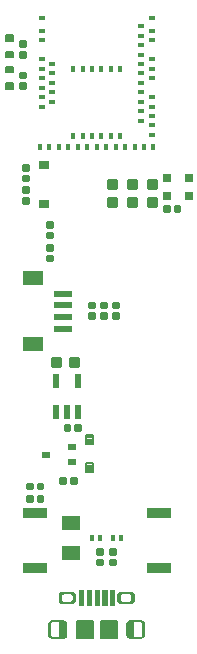
<source format=gbr>
G04 EAGLE Gerber RS-274X export*
G75*
%MOMM*%
%FSLAX34Y34*%
%LPD*%
%INSolderpaste Top*%
%IPPOS*%
%AMOC8*
5,1,8,0,0,1.08239X$1,22.5*%
G01*
%ADD10C,0.317500*%
%ADD11C,0.222250*%
%ADD12C,0.200000*%
%ADD13R,1.524000X1.270000*%
%ADD14C,0.127000*%
%ADD15C,0.040638*%
%ADD16C,0.152400*%
%ADD17R,1.550000X0.600000*%
%ADD18R,1.800000X1.200000*%
%ADD19R,2.000000X0.870000*%
%ADD20R,0.600000X0.400000*%
%ADD21R,0.400000X0.600000*%
%ADD22R,0.800000X0.500000*%
%ADD23R,0.600000X1.200000*%
%ADD24R,0.900000X0.762000*%
%ADD25R,0.700000X0.700000*%
%ADD26R,0.300000X0.600000*%
%ADD27C,0.158750*%


D10*
X132016Y287337D02*
X132016Y290513D01*
X135192Y290513D01*
X135192Y287337D01*
X132016Y287337D01*
X132016Y290353D02*
X135192Y290353D01*
X132016Y281623D02*
X132016Y278447D01*
X132016Y281623D02*
X135192Y281623D01*
X135192Y278447D01*
X132016Y278447D01*
X132016Y281463D02*
X135192Y281463D01*
X62675Y134048D02*
X59499Y134048D01*
X59499Y137224D01*
X62675Y137224D01*
X62675Y134048D01*
X62675Y137064D02*
X59499Y137064D01*
X68389Y134048D02*
X71565Y134048D01*
X68389Y134048D02*
X68389Y137224D01*
X71565Y137224D01*
X71565Y134048D01*
X71565Y137064D02*
X68389Y137064D01*
D11*
X127222Y388334D02*
X127222Y395002D01*
X133890Y395002D01*
X133890Y388334D01*
X127222Y388334D01*
X127222Y390446D02*
X133890Y390446D01*
X133890Y392558D02*
X127222Y392558D01*
X127222Y394670D02*
X133890Y394670D01*
X127222Y379762D02*
X127222Y373094D01*
X127222Y379762D02*
X133890Y379762D01*
X133890Y373094D01*
X127222Y373094D01*
X127222Y375206D02*
X133890Y375206D01*
X133890Y377318D02*
X127222Y377318D01*
X127222Y379430D02*
X133890Y379430D01*
X143986Y388334D02*
X143986Y395002D01*
X150654Y395002D01*
X150654Y388334D01*
X143986Y388334D01*
X143986Y390446D02*
X150654Y390446D01*
X150654Y392558D02*
X143986Y392558D01*
X143986Y394670D02*
X150654Y394670D01*
X143986Y379762D02*
X143986Y373094D01*
X143986Y379762D02*
X150654Y379762D01*
X150654Y373094D01*
X143986Y373094D01*
X143986Y375206D02*
X150654Y375206D01*
X150654Y377318D02*
X143986Y377318D01*
X143986Y379430D02*
X150654Y379430D01*
X160750Y388334D02*
X160750Y395002D01*
X167418Y395002D01*
X167418Y388334D01*
X160750Y388334D01*
X160750Y390446D02*
X167418Y390446D01*
X167418Y392558D02*
X160750Y392558D01*
X160750Y394670D02*
X167418Y394670D01*
X160750Y379762D02*
X160750Y373094D01*
X160750Y379762D02*
X167418Y379762D01*
X167418Y373094D01*
X160750Y373094D01*
X160750Y375206D02*
X167418Y375206D01*
X167418Y377318D02*
X160750Y377318D01*
X160750Y379430D02*
X167418Y379430D01*
D10*
X79820Y330391D02*
X79820Y327215D01*
X76644Y327215D01*
X76644Y330391D01*
X79820Y330391D01*
X79820Y330231D02*
X76644Y330231D01*
X79820Y336105D02*
X79820Y339281D01*
X79820Y336105D02*
X76644Y336105D01*
X76644Y339281D01*
X79820Y339281D01*
X79820Y339121D02*
X76644Y339121D01*
X76644Y355409D02*
X76644Y358585D01*
X79820Y358585D01*
X79820Y355409D01*
X76644Y355409D01*
X76644Y358425D02*
X79820Y358425D01*
X76644Y349695D02*
X76644Y346519D01*
X76644Y349695D02*
X79820Y349695D01*
X79820Y346519D01*
X76644Y346519D01*
X76644Y349535D02*
X79820Y349535D01*
X91249Y183832D02*
X94425Y183832D01*
X91249Y183832D02*
X91249Y187008D01*
X94425Y187008D01*
X94425Y183832D01*
X94425Y186848D02*
X91249Y186848D01*
X100139Y183832D02*
X103315Y183832D01*
X100139Y183832D02*
X100139Y187008D01*
X103315Y187008D01*
X103315Y183832D01*
X103315Y186848D02*
X100139Y186848D01*
D11*
X101378Y244380D02*
X94710Y244380D01*
X101378Y244380D02*
X101378Y237712D01*
X94710Y237712D01*
X94710Y244380D01*
X94710Y239824D02*
X101378Y239824D01*
X101378Y241936D02*
X94710Y241936D01*
X94710Y244048D02*
X101378Y244048D01*
X86138Y244380D02*
X79470Y244380D01*
X86138Y244380D02*
X86138Y237712D01*
X79470Y237712D01*
X79470Y244380D01*
X79470Y239824D02*
X86138Y239824D01*
X86138Y241936D02*
X79470Y241936D01*
X79470Y244048D02*
X86138Y244048D01*
D10*
X59500Y394779D02*
X59500Y397955D01*
X59500Y394779D02*
X56324Y394779D01*
X56324Y397955D01*
X59500Y397955D01*
X59500Y397795D02*
X56324Y397795D01*
X59500Y403669D02*
X59500Y406845D01*
X59500Y403669D02*
X56324Y403669D01*
X56324Y406845D01*
X59500Y406845D01*
X59500Y406685D02*
X56324Y406685D01*
X56324Y388049D02*
X56324Y384873D01*
X56324Y388049D02*
X59500Y388049D01*
X59500Y384873D01*
X56324Y384873D01*
X56324Y387889D02*
X59500Y387889D01*
X56324Y379159D02*
X56324Y375983D01*
X56324Y379159D02*
X59500Y379159D01*
X59500Y375983D01*
X56324Y375983D01*
X56324Y378999D02*
X59500Y378999D01*
D12*
X114506Y155576D02*
X114506Y147576D01*
X108506Y147576D01*
X108506Y155576D01*
X114506Y155576D01*
X114506Y149476D02*
X108506Y149476D01*
X108506Y151376D02*
X114506Y151376D01*
X114506Y153276D02*
X108506Y153276D01*
X108506Y155176D02*
X114506Y155176D01*
X114506Y171576D02*
X114506Y179576D01*
X114506Y171576D02*
X108506Y171576D01*
X108506Y179576D01*
X114506Y179576D01*
X114506Y173476D02*
X108506Y173476D01*
X108506Y175376D02*
X114506Y175376D01*
X114506Y177276D02*
X108506Y177276D01*
X108506Y179176D02*
X114506Y179176D01*
D13*
X95504Y79502D03*
X95504Y104902D03*
D14*
X91946Y10332D02*
X91944Y10232D01*
X91938Y10133D01*
X91928Y10033D01*
X91915Y9935D01*
X91897Y9836D01*
X91876Y9739D01*
X91851Y9643D01*
X91822Y9547D01*
X91789Y9453D01*
X91753Y9360D01*
X91713Y9269D01*
X91669Y9179D01*
X91622Y9091D01*
X91572Y9005D01*
X91518Y8921D01*
X91461Y8839D01*
X91401Y8760D01*
X91337Y8682D01*
X91271Y8608D01*
X91202Y8536D01*
X91130Y8467D01*
X91056Y8401D01*
X90978Y8337D01*
X90899Y8277D01*
X90817Y8220D01*
X90733Y8166D01*
X90647Y8116D01*
X90559Y8069D01*
X90469Y8025D01*
X90378Y7985D01*
X90285Y7949D01*
X90191Y7916D01*
X90095Y7887D01*
X89999Y7862D01*
X89902Y7841D01*
X89803Y7823D01*
X89705Y7810D01*
X89605Y7800D01*
X89506Y7794D01*
X89406Y7792D01*
X79754Y7792D01*
X79654Y7794D01*
X79555Y7800D01*
X79455Y7810D01*
X79357Y7823D01*
X79258Y7841D01*
X79161Y7862D01*
X79065Y7887D01*
X78969Y7916D01*
X78875Y7949D01*
X78782Y7985D01*
X78691Y8025D01*
X78601Y8069D01*
X78513Y8116D01*
X78427Y8166D01*
X78343Y8220D01*
X78261Y8277D01*
X78182Y8337D01*
X78104Y8401D01*
X78030Y8467D01*
X77958Y8536D01*
X77889Y8608D01*
X77823Y8682D01*
X77759Y8760D01*
X77699Y8839D01*
X77642Y8921D01*
X77588Y9005D01*
X77538Y9091D01*
X77491Y9179D01*
X77447Y9269D01*
X77407Y9360D01*
X77371Y9453D01*
X77338Y9547D01*
X77309Y9643D01*
X77284Y9739D01*
X77263Y9836D01*
X77245Y9935D01*
X77232Y10033D01*
X77222Y10133D01*
X77216Y10232D01*
X77214Y10332D01*
X77214Y18968D01*
X77216Y19068D01*
X77222Y19167D01*
X77232Y19267D01*
X77245Y19365D01*
X77263Y19464D01*
X77284Y19561D01*
X77309Y19657D01*
X77338Y19753D01*
X77371Y19847D01*
X77407Y19940D01*
X77447Y20031D01*
X77491Y20121D01*
X77538Y20209D01*
X77588Y20295D01*
X77642Y20379D01*
X77699Y20461D01*
X77759Y20540D01*
X77823Y20618D01*
X77889Y20692D01*
X77958Y20764D01*
X78030Y20833D01*
X78104Y20899D01*
X78182Y20963D01*
X78261Y21023D01*
X78343Y21080D01*
X78427Y21134D01*
X78513Y21184D01*
X78601Y21231D01*
X78691Y21275D01*
X78782Y21315D01*
X78875Y21351D01*
X78969Y21384D01*
X79065Y21413D01*
X79161Y21438D01*
X79258Y21459D01*
X79357Y21477D01*
X79455Y21490D01*
X79555Y21500D01*
X79654Y21506D01*
X79754Y21508D01*
X89406Y21508D01*
X89506Y21506D01*
X89605Y21500D01*
X89705Y21490D01*
X89803Y21477D01*
X89902Y21459D01*
X89999Y21438D01*
X90095Y21413D01*
X90191Y21384D01*
X90285Y21351D01*
X90378Y21315D01*
X90469Y21275D01*
X90559Y21231D01*
X90647Y21184D01*
X90733Y21134D01*
X90817Y21080D01*
X90899Y21023D01*
X90978Y20963D01*
X91056Y20899D01*
X91130Y20833D01*
X91202Y20764D01*
X91271Y20692D01*
X91337Y20618D01*
X91401Y20540D01*
X91461Y20461D01*
X91518Y20379D01*
X91572Y20295D01*
X91622Y20209D01*
X91669Y20121D01*
X91713Y20031D01*
X91753Y19940D01*
X91789Y19847D01*
X91822Y19753D01*
X91851Y19657D01*
X91876Y19561D01*
X91897Y19464D01*
X91915Y19365D01*
X91928Y19267D01*
X91938Y19167D01*
X91944Y19068D01*
X91946Y18968D01*
X91946Y10332D01*
X78230Y8808D02*
X78230Y20492D01*
X86866Y21254D02*
X86866Y8300D01*
X86866Y21254D02*
X87882Y21254D01*
X88136Y21254D01*
X87882Y21254D02*
X87882Y8300D01*
X89152Y8300D01*
X89152Y21000D01*
X90168Y21000D01*
X90168Y8300D01*
X90676Y8300D01*
X90676Y21000D01*
X143508Y18968D02*
X143510Y19068D01*
X143516Y19167D01*
X143526Y19267D01*
X143539Y19365D01*
X143557Y19464D01*
X143578Y19561D01*
X143603Y19657D01*
X143632Y19753D01*
X143665Y19847D01*
X143701Y19940D01*
X143741Y20031D01*
X143785Y20121D01*
X143832Y20209D01*
X143882Y20295D01*
X143936Y20379D01*
X143993Y20461D01*
X144053Y20540D01*
X144117Y20618D01*
X144183Y20692D01*
X144252Y20764D01*
X144324Y20833D01*
X144398Y20899D01*
X144476Y20963D01*
X144555Y21023D01*
X144637Y21080D01*
X144721Y21134D01*
X144807Y21184D01*
X144895Y21231D01*
X144985Y21275D01*
X145076Y21315D01*
X145169Y21351D01*
X145263Y21384D01*
X145359Y21413D01*
X145455Y21438D01*
X145552Y21459D01*
X145651Y21477D01*
X145749Y21490D01*
X145849Y21500D01*
X145948Y21506D01*
X146048Y21508D01*
X155192Y21508D01*
X155292Y21506D01*
X155391Y21500D01*
X155491Y21490D01*
X155589Y21477D01*
X155688Y21459D01*
X155785Y21438D01*
X155881Y21413D01*
X155977Y21384D01*
X156071Y21351D01*
X156164Y21315D01*
X156255Y21275D01*
X156345Y21231D01*
X156433Y21184D01*
X156519Y21134D01*
X156603Y21080D01*
X156685Y21023D01*
X156764Y20963D01*
X156842Y20899D01*
X156916Y20833D01*
X156988Y20764D01*
X157057Y20692D01*
X157123Y20618D01*
X157187Y20540D01*
X157247Y20461D01*
X157304Y20379D01*
X157358Y20295D01*
X157408Y20209D01*
X157455Y20121D01*
X157499Y20031D01*
X157539Y19940D01*
X157575Y19847D01*
X157608Y19753D01*
X157637Y19657D01*
X157662Y19561D01*
X157683Y19464D01*
X157701Y19365D01*
X157714Y19267D01*
X157724Y19167D01*
X157730Y19068D01*
X157732Y18968D01*
X157732Y10332D01*
X157730Y10232D01*
X157724Y10133D01*
X157714Y10033D01*
X157701Y9935D01*
X157683Y9836D01*
X157662Y9739D01*
X157637Y9643D01*
X157608Y9547D01*
X157575Y9453D01*
X157539Y9360D01*
X157499Y9269D01*
X157455Y9179D01*
X157408Y9091D01*
X157358Y9005D01*
X157304Y8921D01*
X157247Y8839D01*
X157187Y8760D01*
X157123Y8682D01*
X157057Y8608D01*
X156988Y8536D01*
X156916Y8467D01*
X156842Y8401D01*
X156764Y8337D01*
X156685Y8277D01*
X156603Y8220D01*
X156519Y8166D01*
X156433Y8116D01*
X156345Y8069D01*
X156255Y8025D01*
X156164Y7985D01*
X156071Y7949D01*
X155977Y7916D01*
X155881Y7887D01*
X155785Y7862D01*
X155688Y7841D01*
X155589Y7823D01*
X155491Y7810D01*
X155391Y7800D01*
X155292Y7794D01*
X155192Y7792D01*
X146048Y7792D01*
X145948Y7794D01*
X145849Y7800D01*
X145749Y7810D01*
X145651Y7823D01*
X145552Y7841D01*
X145455Y7862D01*
X145359Y7887D01*
X145263Y7916D01*
X145169Y7949D01*
X145076Y7985D01*
X144985Y8025D01*
X144895Y8069D01*
X144807Y8116D01*
X144721Y8166D01*
X144637Y8220D01*
X144555Y8277D01*
X144476Y8337D01*
X144398Y8401D01*
X144324Y8467D01*
X144252Y8536D01*
X144183Y8608D01*
X144117Y8682D01*
X144053Y8760D01*
X143993Y8839D01*
X143936Y8921D01*
X143882Y9005D01*
X143832Y9091D01*
X143785Y9179D01*
X143741Y9269D01*
X143701Y9360D01*
X143665Y9453D01*
X143632Y9547D01*
X143603Y9643D01*
X143578Y9739D01*
X143557Y9836D01*
X143539Y9935D01*
X143526Y10033D01*
X143516Y10133D01*
X143510Y10232D01*
X143508Y10332D01*
X143508Y18968D01*
X156716Y20492D02*
X156716Y8808D01*
X144524Y8808D02*
X144524Y20492D01*
X144524Y8808D02*
X145794Y8808D01*
X145794Y20492D01*
X147064Y20492D01*
X147064Y8554D01*
X148080Y8554D01*
X148111Y8556D01*
X148141Y8561D01*
X148170Y8571D01*
X148198Y8583D01*
X148224Y8599D01*
X148248Y8618D01*
X148270Y8640D01*
X148289Y8664D01*
X148305Y8690D01*
X148317Y8718D01*
X148327Y8747D01*
X148332Y8777D01*
X148334Y8808D01*
X148334Y20746D01*
X99312Y39796D02*
X99310Y39696D01*
X99304Y39597D01*
X99294Y39497D01*
X99281Y39399D01*
X99263Y39300D01*
X99242Y39203D01*
X99217Y39107D01*
X99188Y39011D01*
X99155Y38917D01*
X99119Y38824D01*
X99079Y38733D01*
X99035Y38643D01*
X98988Y38555D01*
X98938Y38469D01*
X98884Y38385D01*
X98827Y38303D01*
X98767Y38224D01*
X98703Y38146D01*
X98637Y38072D01*
X98568Y38000D01*
X98496Y37931D01*
X98422Y37865D01*
X98344Y37801D01*
X98265Y37741D01*
X98183Y37684D01*
X98099Y37630D01*
X98013Y37580D01*
X97925Y37533D01*
X97835Y37489D01*
X97744Y37449D01*
X97651Y37413D01*
X97557Y37380D01*
X97461Y37351D01*
X97365Y37326D01*
X97268Y37305D01*
X97169Y37287D01*
X97071Y37274D01*
X96971Y37264D01*
X96872Y37258D01*
X96772Y37256D01*
X88644Y37256D01*
X88544Y37258D01*
X88445Y37264D01*
X88345Y37274D01*
X88247Y37287D01*
X88148Y37305D01*
X88051Y37326D01*
X87955Y37351D01*
X87859Y37380D01*
X87765Y37413D01*
X87672Y37449D01*
X87581Y37489D01*
X87491Y37533D01*
X87403Y37580D01*
X87317Y37630D01*
X87233Y37684D01*
X87151Y37741D01*
X87072Y37801D01*
X86994Y37865D01*
X86920Y37931D01*
X86848Y38000D01*
X86779Y38072D01*
X86713Y38146D01*
X86649Y38224D01*
X86589Y38303D01*
X86532Y38385D01*
X86478Y38469D01*
X86428Y38555D01*
X86381Y38643D01*
X86337Y38733D01*
X86297Y38824D01*
X86261Y38917D01*
X86228Y39011D01*
X86199Y39107D01*
X86174Y39203D01*
X86153Y39300D01*
X86135Y39399D01*
X86122Y39497D01*
X86112Y39597D01*
X86106Y39696D01*
X86104Y39796D01*
X86104Y43352D01*
X86106Y43452D01*
X86112Y43551D01*
X86122Y43651D01*
X86135Y43749D01*
X86153Y43848D01*
X86174Y43945D01*
X86199Y44041D01*
X86228Y44137D01*
X86261Y44231D01*
X86297Y44324D01*
X86337Y44415D01*
X86381Y44505D01*
X86428Y44593D01*
X86478Y44679D01*
X86532Y44763D01*
X86589Y44845D01*
X86649Y44924D01*
X86713Y45002D01*
X86779Y45076D01*
X86848Y45148D01*
X86920Y45217D01*
X86994Y45283D01*
X87072Y45347D01*
X87151Y45407D01*
X87233Y45464D01*
X87317Y45518D01*
X87403Y45568D01*
X87491Y45615D01*
X87581Y45659D01*
X87672Y45699D01*
X87765Y45735D01*
X87859Y45768D01*
X87955Y45797D01*
X88051Y45822D01*
X88148Y45843D01*
X88247Y45861D01*
X88345Y45874D01*
X88445Y45884D01*
X88544Y45890D01*
X88644Y45892D01*
X96772Y45892D01*
X96872Y45890D01*
X96971Y45884D01*
X97071Y45874D01*
X97169Y45861D01*
X97268Y45843D01*
X97365Y45822D01*
X97461Y45797D01*
X97557Y45768D01*
X97651Y45735D01*
X97744Y45699D01*
X97835Y45659D01*
X97925Y45615D01*
X98013Y45568D01*
X98099Y45518D01*
X98183Y45464D01*
X98265Y45407D01*
X98344Y45347D01*
X98422Y45283D01*
X98496Y45217D01*
X98568Y45148D01*
X98637Y45076D01*
X98703Y45002D01*
X98767Y44924D01*
X98827Y44845D01*
X98884Y44763D01*
X98938Y44679D01*
X98988Y44593D01*
X99035Y44505D01*
X99079Y44415D01*
X99119Y44324D01*
X99155Y44231D01*
X99188Y44137D01*
X99217Y44041D01*
X99242Y43945D01*
X99263Y43848D01*
X99281Y43749D01*
X99294Y43651D01*
X99304Y43551D01*
X99310Y43452D01*
X99312Y43352D01*
X99312Y39796D01*
X98042Y39542D02*
X98040Y39473D01*
X98035Y39405D01*
X98025Y39337D01*
X98012Y39269D01*
X97996Y39202D01*
X97976Y39136D01*
X97952Y39072D01*
X97925Y39009D01*
X97894Y38947D01*
X97860Y38887D01*
X97823Y38829D01*
X97783Y38773D01*
X97740Y38720D01*
X97694Y38669D01*
X97645Y38620D01*
X97594Y38574D01*
X97541Y38531D01*
X97485Y38491D01*
X97427Y38454D01*
X97367Y38420D01*
X97305Y38389D01*
X97242Y38362D01*
X97178Y38338D01*
X97112Y38318D01*
X97045Y38302D01*
X96977Y38289D01*
X96909Y38279D01*
X96841Y38274D01*
X96772Y38272D01*
X98042Y39542D02*
X98042Y43606D01*
X98040Y43675D01*
X98035Y43743D01*
X98025Y43811D01*
X98012Y43879D01*
X97996Y43946D01*
X97976Y44012D01*
X97952Y44076D01*
X97925Y44139D01*
X97894Y44201D01*
X97860Y44261D01*
X97823Y44319D01*
X97783Y44375D01*
X97740Y44428D01*
X97694Y44479D01*
X97645Y44528D01*
X97594Y44574D01*
X97541Y44617D01*
X97485Y44657D01*
X97427Y44694D01*
X97367Y44728D01*
X97305Y44759D01*
X97242Y44786D01*
X97178Y44810D01*
X97112Y44830D01*
X97045Y44846D01*
X96977Y44859D01*
X96909Y44869D01*
X96841Y44874D01*
X96772Y44876D01*
X88644Y44876D02*
X88567Y44874D01*
X88490Y44868D01*
X88413Y44858D01*
X88337Y44845D01*
X88262Y44827D01*
X88188Y44806D01*
X88115Y44781D01*
X88043Y44752D01*
X87973Y44720D01*
X87904Y44685D01*
X87838Y44645D01*
X87773Y44603D01*
X87711Y44557D01*
X87651Y44508D01*
X87594Y44457D01*
X87539Y44402D01*
X87488Y44345D01*
X87439Y44285D01*
X87393Y44223D01*
X87351Y44158D01*
X87311Y44092D01*
X87276Y44023D01*
X87244Y43953D01*
X87215Y43881D01*
X87190Y43808D01*
X87169Y43734D01*
X87151Y43659D01*
X87138Y43583D01*
X87128Y43506D01*
X87122Y43429D01*
X87120Y43352D01*
X87374Y39542D01*
X87376Y39473D01*
X87381Y39405D01*
X87391Y39337D01*
X87404Y39269D01*
X87420Y39202D01*
X87440Y39136D01*
X87464Y39072D01*
X87491Y39009D01*
X87522Y38947D01*
X87556Y38887D01*
X87593Y38829D01*
X87633Y38773D01*
X87676Y38720D01*
X87722Y38669D01*
X87771Y38620D01*
X87822Y38574D01*
X87875Y38531D01*
X87931Y38491D01*
X87989Y38454D01*
X88049Y38420D01*
X88111Y38389D01*
X88174Y38362D01*
X88238Y38338D01*
X88304Y38318D01*
X88371Y38302D01*
X88439Y38289D01*
X88507Y38279D01*
X88575Y38274D01*
X88644Y38272D01*
X146556Y37256D02*
X146656Y37258D01*
X146755Y37264D01*
X146855Y37274D01*
X146953Y37287D01*
X147052Y37305D01*
X147149Y37326D01*
X147245Y37351D01*
X147341Y37380D01*
X147435Y37413D01*
X147528Y37449D01*
X147619Y37489D01*
X147709Y37533D01*
X147797Y37580D01*
X147883Y37630D01*
X147967Y37684D01*
X148049Y37741D01*
X148128Y37801D01*
X148206Y37865D01*
X148280Y37931D01*
X148352Y38000D01*
X148421Y38072D01*
X148487Y38146D01*
X148551Y38224D01*
X148611Y38303D01*
X148668Y38385D01*
X148722Y38469D01*
X148772Y38555D01*
X148819Y38643D01*
X148863Y38733D01*
X148903Y38824D01*
X148939Y38917D01*
X148972Y39011D01*
X149001Y39107D01*
X149026Y39203D01*
X149047Y39300D01*
X149065Y39399D01*
X149078Y39497D01*
X149088Y39597D01*
X149094Y39696D01*
X149096Y39796D01*
X146556Y37256D02*
X138428Y37256D01*
X138328Y37258D01*
X138229Y37264D01*
X138129Y37274D01*
X138031Y37287D01*
X137932Y37305D01*
X137835Y37326D01*
X137739Y37351D01*
X137643Y37380D01*
X137549Y37413D01*
X137456Y37449D01*
X137365Y37489D01*
X137275Y37533D01*
X137187Y37580D01*
X137101Y37630D01*
X137017Y37684D01*
X136935Y37741D01*
X136856Y37801D01*
X136778Y37865D01*
X136704Y37931D01*
X136632Y38000D01*
X136563Y38072D01*
X136497Y38146D01*
X136433Y38224D01*
X136373Y38303D01*
X136316Y38385D01*
X136262Y38469D01*
X136212Y38555D01*
X136165Y38643D01*
X136121Y38733D01*
X136081Y38824D01*
X136045Y38917D01*
X136012Y39011D01*
X135983Y39107D01*
X135958Y39203D01*
X135937Y39300D01*
X135919Y39399D01*
X135906Y39497D01*
X135896Y39597D01*
X135890Y39696D01*
X135888Y39796D01*
X135888Y43352D01*
X135890Y43452D01*
X135896Y43551D01*
X135906Y43651D01*
X135919Y43749D01*
X135937Y43848D01*
X135958Y43945D01*
X135983Y44041D01*
X136012Y44137D01*
X136045Y44231D01*
X136081Y44324D01*
X136121Y44415D01*
X136165Y44505D01*
X136212Y44593D01*
X136262Y44679D01*
X136316Y44763D01*
X136373Y44845D01*
X136433Y44924D01*
X136497Y45002D01*
X136563Y45076D01*
X136632Y45148D01*
X136704Y45217D01*
X136778Y45283D01*
X136856Y45347D01*
X136935Y45407D01*
X137017Y45464D01*
X137101Y45518D01*
X137187Y45568D01*
X137275Y45615D01*
X137365Y45659D01*
X137456Y45699D01*
X137549Y45735D01*
X137643Y45768D01*
X137739Y45797D01*
X137835Y45822D01*
X137932Y45843D01*
X138031Y45861D01*
X138129Y45874D01*
X138229Y45884D01*
X138328Y45890D01*
X138428Y45892D01*
X146556Y45892D01*
X146656Y45890D01*
X146755Y45884D01*
X146855Y45874D01*
X146953Y45861D01*
X147052Y45843D01*
X147149Y45822D01*
X147245Y45797D01*
X147341Y45768D01*
X147435Y45735D01*
X147528Y45699D01*
X147619Y45659D01*
X147709Y45615D01*
X147797Y45568D01*
X147883Y45518D01*
X147967Y45464D01*
X148049Y45407D01*
X148128Y45347D01*
X148206Y45283D01*
X148280Y45217D01*
X148352Y45148D01*
X148421Y45076D01*
X148487Y45002D01*
X148551Y44924D01*
X148611Y44845D01*
X148668Y44763D01*
X148722Y44679D01*
X148772Y44593D01*
X148819Y44505D01*
X148863Y44415D01*
X148903Y44324D01*
X148939Y44231D01*
X148972Y44137D01*
X149001Y44041D01*
X149026Y43945D01*
X149047Y43848D01*
X149065Y43749D01*
X149078Y43651D01*
X149088Y43551D01*
X149094Y43452D01*
X149096Y43352D01*
X149096Y39796D01*
X138174Y44622D02*
X138105Y44620D01*
X138037Y44615D01*
X137969Y44605D01*
X137901Y44592D01*
X137834Y44576D01*
X137768Y44556D01*
X137704Y44532D01*
X137641Y44505D01*
X137579Y44474D01*
X137519Y44440D01*
X137461Y44403D01*
X137405Y44363D01*
X137352Y44320D01*
X137301Y44274D01*
X137252Y44225D01*
X137206Y44174D01*
X137163Y44121D01*
X137123Y44065D01*
X137086Y44007D01*
X137052Y43947D01*
X137021Y43885D01*
X136994Y43822D01*
X136970Y43758D01*
X136950Y43692D01*
X136934Y43625D01*
X136921Y43557D01*
X136911Y43489D01*
X136906Y43421D01*
X136904Y43352D01*
X136904Y39796D01*
X136906Y39727D01*
X136911Y39659D01*
X136921Y39591D01*
X136934Y39523D01*
X136950Y39456D01*
X136970Y39390D01*
X136994Y39326D01*
X137021Y39263D01*
X137052Y39201D01*
X137086Y39141D01*
X137123Y39083D01*
X137163Y39027D01*
X137206Y38974D01*
X137252Y38923D01*
X137301Y38874D01*
X137352Y38828D01*
X137405Y38785D01*
X137461Y38745D01*
X137519Y38708D01*
X137579Y38674D01*
X137641Y38643D01*
X137704Y38616D01*
X137768Y38592D01*
X137834Y38572D01*
X137901Y38556D01*
X137969Y38543D01*
X138037Y38533D01*
X138105Y38528D01*
X138174Y38526D01*
X146556Y44876D02*
X146625Y44874D01*
X146693Y44869D01*
X146761Y44859D01*
X146829Y44846D01*
X146896Y44830D01*
X146962Y44810D01*
X147026Y44786D01*
X147089Y44759D01*
X147151Y44728D01*
X147211Y44694D01*
X147269Y44657D01*
X147325Y44617D01*
X147378Y44574D01*
X147429Y44528D01*
X147478Y44479D01*
X147524Y44428D01*
X147567Y44375D01*
X147607Y44319D01*
X147644Y44261D01*
X147678Y44201D01*
X147709Y44139D01*
X147736Y44076D01*
X147760Y44012D01*
X147780Y43946D01*
X147796Y43879D01*
X147809Y43811D01*
X147819Y43743D01*
X147824Y43675D01*
X147826Y43606D01*
X147826Y39542D01*
X147824Y39473D01*
X147819Y39405D01*
X147809Y39337D01*
X147796Y39269D01*
X147780Y39202D01*
X147760Y39136D01*
X147736Y39072D01*
X147709Y39009D01*
X147678Y38947D01*
X147644Y38887D01*
X147607Y38829D01*
X147567Y38773D01*
X147524Y38720D01*
X147478Y38669D01*
X147429Y38620D01*
X147378Y38574D01*
X147325Y38531D01*
X147269Y38491D01*
X147211Y38454D01*
X147151Y38420D01*
X147089Y38389D01*
X147026Y38362D01*
X146962Y38338D01*
X146896Y38318D01*
X146829Y38302D01*
X146761Y38289D01*
X146693Y38279D01*
X146625Y38274D01*
X146556Y38272D01*
D15*
X106221Y35046D02*
X102563Y35046D01*
X102563Y48102D01*
X106221Y48102D01*
X106221Y35046D01*
X106221Y35432D02*
X102563Y35432D01*
X102563Y35818D02*
X106221Y35818D01*
X106221Y36204D02*
X102563Y36204D01*
X102563Y36590D02*
X106221Y36590D01*
X106221Y36976D02*
X102563Y36976D01*
X102563Y37362D02*
X106221Y37362D01*
X106221Y37748D02*
X102563Y37748D01*
X102563Y38134D02*
X106221Y38134D01*
X106221Y38520D02*
X102563Y38520D01*
X102563Y38906D02*
X106221Y38906D01*
X106221Y39292D02*
X102563Y39292D01*
X102563Y39678D02*
X106221Y39678D01*
X106221Y40064D02*
X102563Y40064D01*
X102563Y40450D02*
X106221Y40450D01*
X106221Y40836D02*
X102563Y40836D01*
X102563Y41222D02*
X106221Y41222D01*
X106221Y41608D02*
X102563Y41608D01*
X102563Y41994D02*
X106221Y41994D01*
X106221Y42380D02*
X102563Y42380D01*
X102563Y42766D02*
X106221Y42766D01*
X106221Y43152D02*
X102563Y43152D01*
X102563Y43538D02*
X106221Y43538D01*
X106221Y43924D02*
X102563Y43924D01*
X102563Y44310D02*
X106221Y44310D01*
X106221Y44696D02*
X102563Y44696D01*
X102563Y45082D02*
X106221Y45082D01*
X106221Y45468D02*
X102563Y45468D01*
X102563Y45854D02*
X106221Y45854D01*
X106221Y46240D02*
X102563Y46240D01*
X102563Y46626D02*
X106221Y46626D01*
X106221Y47012D02*
X102563Y47012D01*
X102563Y47398D02*
X106221Y47398D01*
X106221Y47784D02*
X102563Y47784D01*
X109167Y35046D02*
X112825Y35046D01*
X109167Y35046D02*
X109167Y48102D01*
X112825Y48102D01*
X112825Y35046D01*
X112825Y35432D02*
X109167Y35432D01*
X109167Y35818D02*
X112825Y35818D01*
X112825Y36204D02*
X109167Y36204D01*
X109167Y36590D02*
X112825Y36590D01*
X112825Y36976D02*
X109167Y36976D01*
X109167Y37362D02*
X112825Y37362D01*
X112825Y37748D02*
X109167Y37748D01*
X109167Y38134D02*
X112825Y38134D01*
X112825Y38520D02*
X109167Y38520D01*
X109167Y38906D02*
X112825Y38906D01*
X112825Y39292D02*
X109167Y39292D01*
X109167Y39678D02*
X112825Y39678D01*
X112825Y40064D02*
X109167Y40064D01*
X109167Y40450D02*
X112825Y40450D01*
X112825Y40836D02*
X109167Y40836D01*
X109167Y41222D02*
X112825Y41222D01*
X112825Y41608D02*
X109167Y41608D01*
X109167Y41994D02*
X112825Y41994D01*
X112825Y42380D02*
X109167Y42380D01*
X109167Y42766D02*
X112825Y42766D01*
X112825Y43152D02*
X109167Y43152D01*
X109167Y43538D02*
X112825Y43538D01*
X112825Y43924D02*
X109167Y43924D01*
X109167Y44310D02*
X112825Y44310D01*
X112825Y44696D02*
X109167Y44696D01*
X109167Y45082D02*
X112825Y45082D01*
X112825Y45468D02*
X109167Y45468D01*
X109167Y45854D02*
X112825Y45854D01*
X112825Y46240D02*
X109167Y46240D01*
X109167Y46626D02*
X112825Y46626D01*
X112825Y47012D02*
X109167Y47012D01*
X109167Y47398D02*
X112825Y47398D01*
X112825Y47784D02*
X109167Y47784D01*
X115771Y35046D02*
X119429Y35046D01*
X115771Y35046D02*
X115771Y48102D01*
X119429Y48102D01*
X119429Y35046D01*
X119429Y35432D02*
X115771Y35432D01*
X115771Y35818D02*
X119429Y35818D01*
X119429Y36204D02*
X115771Y36204D01*
X115771Y36590D02*
X119429Y36590D01*
X119429Y36976D02*
X115771Y36976D01*
X115771Y37362D02*
X119429Y37362D01*
X119429Y37748D02*
X115771Y37748D01*
X115771Y38134D02*
X119429Y38134D01*
X119429Y38520D02*
X115771Y38520D01*
X115771Y38906D02*
X119429Y38906D01*
X119429Y39292D02*
X115771Y39292D01*
X115771Y39678D02*
X119429Y39678D01*
X119429Y40064D02*
X115771Y40064D01*
X115771Y40450D02*
X119429Y40450D01*
X119429Y40836D02*
X115771Y40836D01*
X115771Y41222D02*
X119429Y41222D01*
X119429Y41608D02*
X115771Y41608D01*
X115771Y41994D02*
X119429Y41994D01*
X119429Y42380D02*
X115771Y42380D01*
X115771Y42766D02*
X119429Y42766D01*
X119429Y43152D02*
X115771Y43152D01*
X115771Y43538D02*
X119429Y43538D01*
X119429Y43924D02*
X115771Y43924D01*
X115771Y44310D02*
X119429Y44310D01*
X119429Y44696D02*
X115771Y44696D01*
X115771Y45082D02*
X119429Y45082D01*
X119429Y45468D02*
X115771Y45468D01*
X115771Y45854D02*
X119429Y45854D01*
X119429Y46240D02*
X115771Y46240D01*
X115771Y46626D02*
X119429Y46626D01*
X119429Y47012D02*
X115771Y47012D01*
X115771Y47398D02*
X119429Y47398D01*
X119429Y47784D02*
X115771Y47784D01*
X122375Y35046D02*
X126033Y35046D01*
X122375Y35046D02*
X122375Y48102D01*
X126033Y48102D01*
X126033Y35046D01*
X126033Y35432D02*
X122375Y35432D01*
X122375Y35818D02*
X126033Y35818D01*
X126033Y36204D02*
X122375Y36204D01*
X122375Y36590D02*
X126033Y36590D01*
X126033Y36976D02*
X122375Y36976D01*
X122375Y37362D02*
X126033Y37362D01*
X126033Y37748D02*
X122375Y37748D01*
X122375Y38134D02*
X126033Y38134D01*
X126033Y38520D02*
X122375Y38520D01*
X122375Y38906D02*
X126033Y38906D01*
X126033Y39292D02*
X122375Y39292D01*
X122375Y39678D02*
X126033Y39678D01*
X126033Y40064D02*
X122375Y40064D01*
X122375Y40450D02*
X126033Y40450D01*
X126033Y40836D02*
X122375Y40836D01*
X122375Y41222D02*
X126033Y41222D01*
X126033Y41608D02*
X122375Y41608D01*
X122375Y41994D02*
X126033Y41994D01*
X126033Y42380D02*
X122375Y42380D01*
X122375Y42766D02*
X126033Y42766D01*
X126033Y43152D02*
X122375Y43152D01*
X122375Y43538D02*
X126033Y43538D01*
X126033Y43924D02*
X122375Y43924D01*
X122375Y44310D02*
X126033Y44310D01*
X126033Y44696D02*
X122375Y44696D01*
X122375Y45082D02*
X126033Y45082D01*
X126033Y45468D02*
X122375Y45468D01*
X122375Y45854D02*
X126033Y45854D01*
X126033Y46240D02*
X122375Y46240D01*
X122375Y46626D02*
X126033Y46626D01*
X126033Y47012D02*
X122375Y47012D01*
X122375Y47398D02*
X126033Y47398D01*
X126033Y47784D02*
X122375Y47784D01*
X128979Y35046D02*
X132637Y35046D01*
X128979Y35046D02*
X128979Y48102D01*
X132637Y48102D01*
X132637Y35046D01*
X132637Y35432D02*
X128979Y35432D01*
X128979Y35818D02*
X132637Y35818D01*
X132637Y36204D02*
X128979Y36204D01*
X128979Y36590D02*
X132637Y36590D01*
X132637Y36976D02*
X128979Y36976D01*
X128979Y37362D02*
X132637Y37362D01*
X132637Y37748D02*
X128979Y37748D01*
X128979Y38134D02*
X132637Y38134D01*
X132637Y38520D02*
X128979Y38520D01*
X128979Y38906D02*
X132637Y38906D01*
X132637Y39292D02*
X128979Y39292D01*
X128979Y39678D02*
X132637Y39678D01*
X132637Y40064D02*
X128979Y40064D01*
X128979Y40450D02*
X132637Y40450D01*
X132637Y40836D02*
X128979Y40836D01*
X128979Y41222D02*
X132637Y41222D01*
X132637Y41608D02*
X128979Y41608D01*
X128979Y41994D02*
X132637Y41994D01*
X132637Y42380D02*
X128979Y42380D01*
X128979Y42766D02*
X132637Y42766D01*
X132637Y43152D02*
X128979Y43152D01*
X128979Y43538D02*
X132637Y43538D01*
X132637Y43924D02*
X128979Y43924D01*
X128979Y44310D02*
X132637Y44310D01*
X132637Y44696D02*
X128979Y44696D01*
X128979Y45082D02*
X132637Y45082D01*
X132637Y45468D02*
X128979Y45468D01*
X128979Y45854D02*
X132637Y45854D01*
X132637Y46240D02*
X128979Y46240D01*
X128979Y46626D02*
X132637Y46626D01*
X132637Y47012D02*
X128979Y47012D01*
X128979Y47398D02*
X132637Y47398D01*
X132637Y47784D02*
X128979Y47784D01*
D16*
X114298Y7792D02*
X100582Y7792D01*
X100582Y21508D01*
X114298Y21508D01*
X114298Y7792D01*
X114298Y9240D02*
X100582Y9240D01*
X100582Y10688D02*
X114298Y10688D01*
X114298Y12136D02*
X100582Y12136D01*
X100582Y13584D02*
X114298Y13584D01*
X114298Y15032D02*
X100582Y15032D01*
X100582Y16480D02*
X114298Y16480D01*
X114298Y17928D02*
X100582Y17928D01*
X100582Y19376D02*
X114298Y19376D01*
X114298Y20824D02*
X100582Y20824D01*
X120902Y7792D02*
X134618Y7792D01*
X120902Y7792D02*
X120902Y21508D01*
X134618Y21508D01*
X134618Y7792D01*
X134618Y9240D02*
X120902Y9240D01*
X120902Y10688D02*
X134618Y10688D01*
X134618Y12136D02*
X120902Y12136D01*
X120902Y13584D02*
X134618Y13584D01*
X134618Y15032D02*
X120902Y15032D01*
X120902Y16480D02*
X134618Y16480D01*
X134618Y17928D02*
X120902Y17928D01*
X120902Y19376D02*
X134618Y19376D01*
X134618Y20824D02*
X120902Y20824D01*
D17*
X88646Y298972D03*
X88646Y288972D03*
X88646Y278972D03*
X88646Y268972D03*
D18*
X63396Y255972D03*
X63396Y311972D03*
D19*
X170200Y113000D03*
X170200Y67000D03*
X65000Y113000D03*
X65000Y67000D03*
D20*
X71100Y532336D03*
X71100Y513336D03*
X71100Y497336D03*
X80100Y493336D03*
X80100Y485336D03*
X80100Y477336D03*
X71100Y473336D03*
X80100Y469336D03*
X71100Y465336D03*
X80100Y461336D03*
X71100Y457336D03*
X71100Y481336D03*
D21*
X69600Y423336D03*
D20*
X71100Y489336D03*
D21*
X77600Y423336D03*
D20*
X71100Y521336D03*
D21*
X85600Y423336D03*
X93600Y423336D03*
X101600Y423336D03*
X109600Y423336D03*
X117600Y423336D03*
X125600Y423336D03*
X133600Y423336D03*
X105600Y432336D03*
X113600Y432336D03*
X121600Y432336D03*
X129600Y432336D03*
X137600Y432336D03*
X157600Y423336D03*
X141600Y423336D03*
X149600Y423336D03*
X165600Y423336D03*
D20*
X164100Y433336D03*
X164100Y441336D03*
X164100Y449336D03*
X155100Y453336D03*
X155100Y461336D03*
X164100Y457336D03*
X155100Y445336D03*
D21*
X97600Y432336D03*
D20*
X164100Y465336D03*
X155100Y469336D03*
X155100Y477336D03*
X164100Y481336D03*
X155100Y485336D03*
X164100Y489336D03*
X155100Y493336D03*
X164100Y497336D03*
X155100Y501336D03*
X155100Y509336D03*
X164100Y513336D03*
X155100Y517336D03*
X164100Y521336D03*
X155100Y525336D03*
X164100Y532336D03*
D21*
X97600Y489336D03*
X105600Y489336D03*
X113600Y489336D03*
X121600Y489336D03*
X129600Y489336D03*
X137600Y489336D03*
D22*
X96520Y156060D03*
X96520Y169060D03*
X74520Y162560D03*
D10*
X118808Y81725D02*
X118808Y78549D01*
X118808Y81725D02*
X121984Y81725D01*
X121984Y78549D01*
X118808Y78549D01*
X118808Y81565D02*
X121984Y81565D01*
X118808Y72835D02*
X118808Y69659D01*
X118808Y72835D02*
X121984Y72835D01*
X121984Y69659D01*
X118808Y69659D01*
X118808Y72675D02*
X121984Y72675D01*
X129476Y78549D02*
X129476Y81725D01*
X132652Y81725D01*
X132652Y78549D01*
X129476Y78549D01*
X129476Y81565D02*
X132652Y81565D01*
X129476Y72835D02*
X129476Y69659D01*
X129476Y72835D02*
X132652Y72835D01*
X132652Y69659D01*
X129476Y69659D01*
X129476Y72675D02*
X132652Y72675D01*
X71565Y126556D02*
X68389Y126556D01*
X71565Y126556D02*
X71565Y123380D01*
X68389Y123380D01*
X68389Y126556D01*
X68389Y126396D02*
X71565Y126396D01*
X62675Y126556D02*
X59499Y126556D01*
X62675Y126556D02*
X62675Y123380D01*
X59499Y123380D01*
X59499Y126556D01*
X59499Y126396D02*
X62675Y126396D01*
X114872Y278447D02*
X114872Y281623D01*
X114872Y278447D02*
X111696Y278447D01*
X111696Y281623D01*
X114872Y281623D01*
X114872Y281463D02*
X111696Y281463D01*
X114872Y287337D02*
X114872Y290513D01*
X114872Y287337D02*
X111696Y287337D01*
X111696Y290513D01*
X114872Y290513D01*
X114872Y290353D02*
X111696Y290353D01*
X125032Y281623D02*
X125032Y278447D01*
X121856Y278447D01*
X121856Y281623D01*
X125032Y281623D01*
X125032Y281463D02*
X121856Y281463D01*
X125032Y287337D02*
X125032Y290513D01*
X125032Y287337D02*
X121856Y287337D01*
X121856Y290513D01*
X125032Y290513D01*
X125032Y290353D02*
X121856Y290353D01*
X90869Y138620D02*
X87693Y138620D01*
X87693Y141796D01*
X90869Y141796D01*
X90869Y138620D01*
X90869Y141636D02*
X87693Y141636D01*
X96583Y138620D02*
X99759Y138620D01*
X96583Y138620D02*
X96583Y141796D01*
X99759Y141796D01*
X99759Y138620D01*
X99759Y141636D02*
X96583Y141636D01*
D23*
X82702Y225150D03*
X101702Y225150D03*
X82702Y199030D03*
X92202Y199030D03*
X101702Y199030D03*
D24*
X72898Y375112D03*
X72898Y407716D03*
D25*
X195332Y381882D03*
X195332Y396882D03*
X177032Y396882D03*
X177032Y381882D03*
D10*
X175577Y368744D02*
X178753Y368744D01*
X175577Y368744D02*
X175577Y371920D01*
X178753Y371920D01*
X178753Y368744D01*
X178753Y371760D02*
X175577Y371760D01*
X184467Y368744D02*
X187643Y368744D01*
X184467Y368744D02*
X184467Y371920D01*
X187643Y371920D01*
X187643Y368744D01*
X187643Y371760D02*
X184467Y371760D01*
D26*
X138120Y92202D03*
X131120Y92202D03*
X113340Y92202D03*
X120340Y92202D03*
D27*
X46894Y472472D02*
X46894Y477234D01*
X46894Y472472D02*
X40482Y472472D01*
X40482Y477234D01*
X46894Y477234D01*
X46894Y473981D02*
X40482Y473981D01*
X40482Y475490D02*
X46894Y475490D01*
X46894Y476999D02*
X40482Y476999D01*
X46894Y486442D02*
X46894Y491204D01*
X46894Y486442D02*
X40482Y486442D01*
X40482Y491204D01*
X46894Y491204D01*
X46894Y487951D02*
X40482Y487951D01*
X40482Y489460D02*
X46894Y489460D01*
X46894Y490969D02*
X40482Y490969D01*
D10*
X53530Y485331D02*
X53530Y482155D01*
X53530Y485331D02*
X56706Y485331D01*
X56706Y482155D01*
X53530Y482155D01*
X53530Y485171D02*
X56706Y485171D01*
X53530Y476441D02*
X53530Y473265D01*
X53530Y476441D02*
X56706Y476441D01*
X56706Y473265D01*
X53530Y473265D01*
X53530Y476281D02*
X56706Y476281D01*
D27*
X46894Y498888D02*
X46894Y503650D01*
X46894Y498888D02*
X40482Y498888D01*
X40482Y503650D01*
X46894Y503650D01*
X46894Y500397D02*
X40482Y500397D01*
X40482Y501906D02*
X46894Y501906D01*
X46894Y503415D02*
X40482Y503415D01*
X46894Y512858D02*
X46894Y517620D01*
X46894Y512858D02*
X40482Y512858D01*
X40482Y517620D01*
X46894Y517620D01*
X46894Y514367D02*
X40482Y514367D01*
X40482Y515876D02*
X46894Y515876D01*
X46894Y517385D02*
X40482Y517385D01*
D10*
X53784Y511747D02*
X53784Y508571D01*
X53784Y511747D02*
X56960Y511747D01*
X56960Y508571D01*
X53784Y508571D01*
X53784Y511587D02*
X56960Y511587D01*
X53784Y502857D02*
X53784Y499681D01*
X53784Y502857D02*
X56960Y502857D01*
X56960Y499681D01*
X53784Y499681D01*
X53784Y502697D02*
X56960Y502697D01*
M02*

</source>
